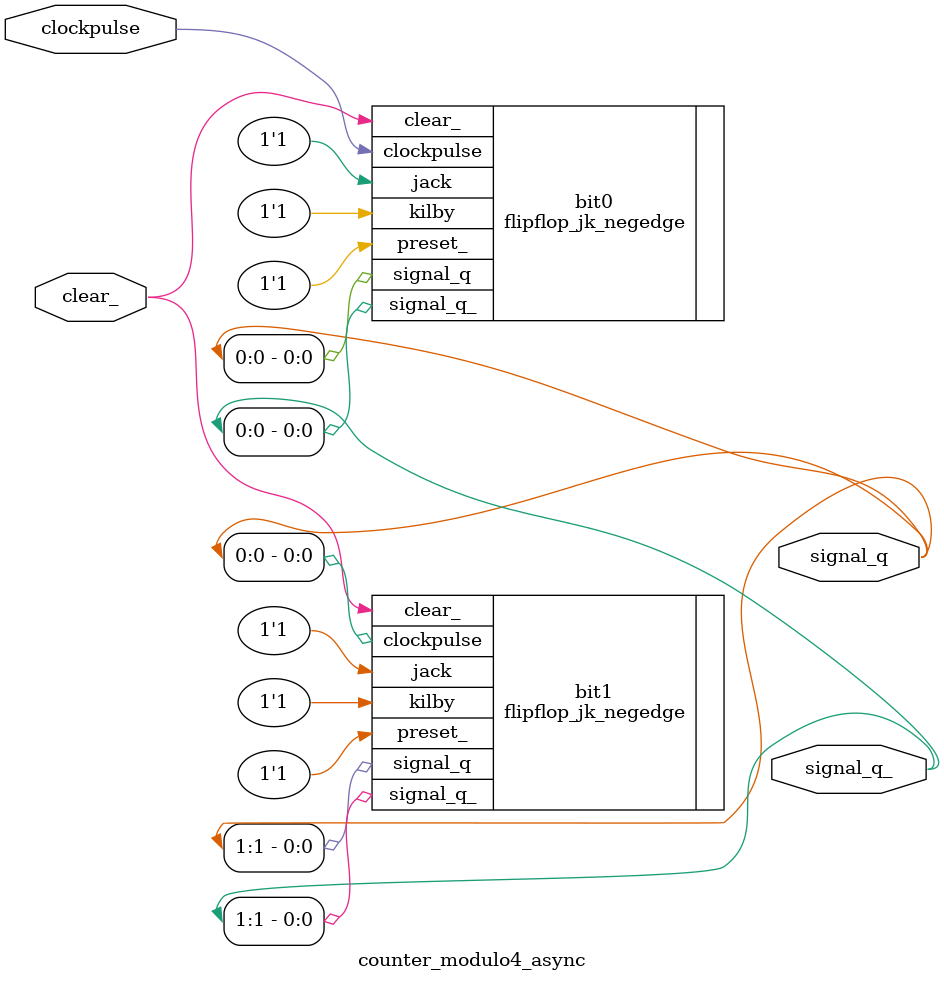
<source format=v>
module counter_modulo4_async(
    input clockpulse,
    input clear_,
    output wire [1:0] signal_q,
    output wire [1:0] signal_q_
);

flipflop_jk_negedge bit1(.clockpulse(signal_q[0]),
                 .preset_(1'b1),
                 .clear_(clear_),
                 .jack(1'b1),
                 .kilby(1'b1),
                 .signal_q(signal_q[1]),
                 .signal_q_(signal_q_[1])
);

flipflop_jk_negedge bit0(.clockpulse(clockpulse),
                 .preset_(1'b1),
                 .clear_(clear_),
                 .jack(1'b1),
                 .kilby(1'b1),
                 .signal_q(signal_q[0]),
                 .signal_q_(signal_q_[0])
);

endmodule

</source>
